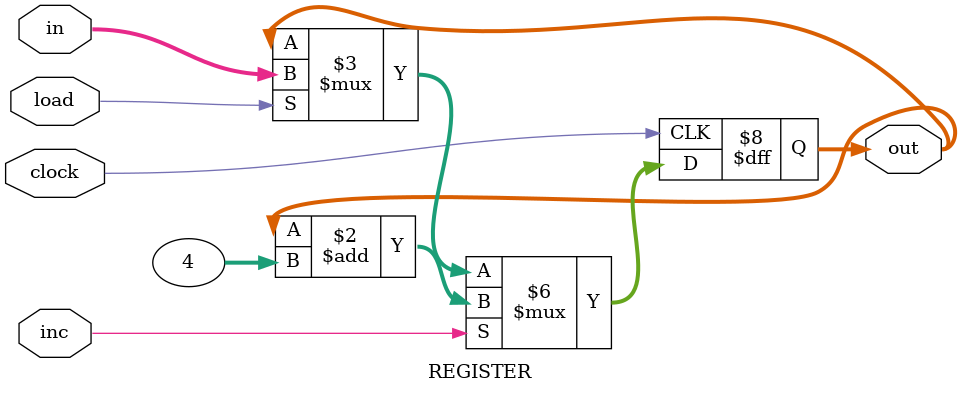
<source format=v>
module REGISTER #(
    parameter           size = 32,
    parameter           default_increment = 4
)           (
    input wire clock,
    input wire inc,
    input wire load,
    input wire [size-1:0]in,
    output reg [size-1:0]out
);

always @            (posedge clock) begin
    if          (inc) begin
            out <= out + default_increment;
    end else if     (load) begin
            out <= in;
    end
end

endmodule


</source>
